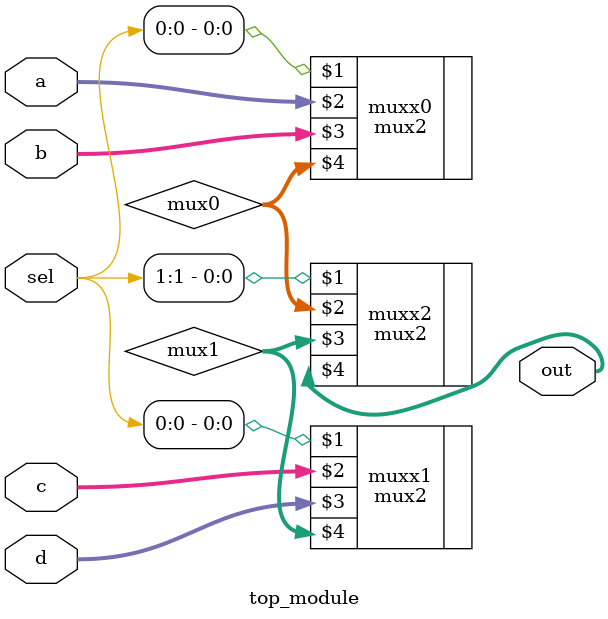
<source format=v>
module top_module (
    input [1:0] sel,
    input [7:0] a,
    input [7:0] b,
    input [7:0] c,
    input [7:0] d,
    output [7:0] out  ); //

    wire [7:0]	mux0, mux1;
    mux2 muxx0 ( sel[0],    a,    b, mux0 );
    mux2 muxx1 ( sel[0],    c,    d, mux1 );
    mux2 muxx2 ( sel[1], mux0, mux1,  out );

endmodule

</source>
